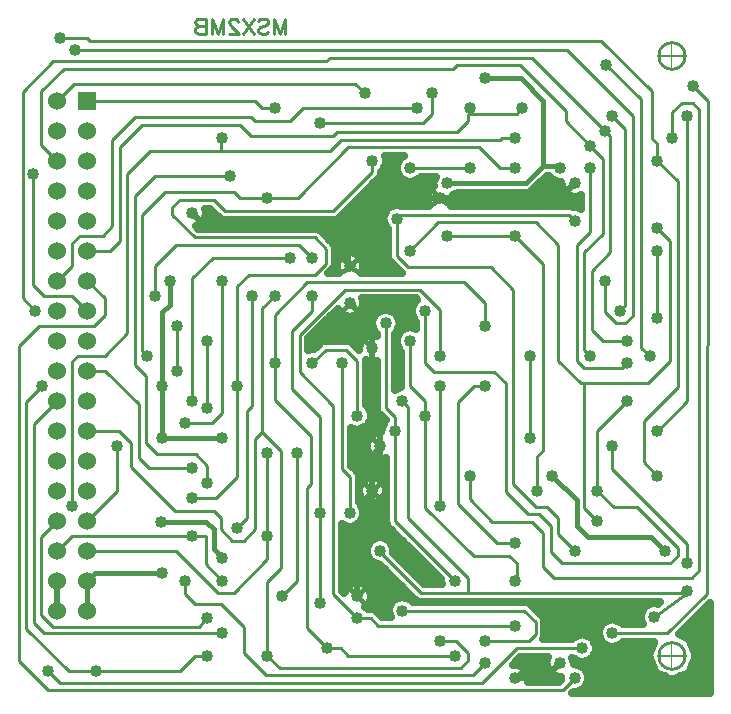
<source format=gbl>
G04 Rezonit PCAD EXPORT*
G04 layer position = 1*
G04 layer base position = 1*
G04 layer type = 3*
G04 layer flash color = 0*
G04 layer line color = 1*
G04*
G04  File:            MSX2MB1.GBL, Fri Nov 10 22:01:54 2023*
G04  Source:          P-CAD 2006 PCB, Version 19.02.958, (D:\PCAD\MSX_MEM\MSX2MB\MSX2MB1.pcb)*
G04  Format:          Gerber Format (RS-274-D), ASCII*
G04*
G04  Format Options:  Absolute Positioning*
G04                   Leading-Zero Suppression*
G04                   Scale Factor 1:1*
G04                   NO Circular Interpolation*
G04                   Millimeter Units*
G04                   Numeric Format: 4.4 (XXXX.XXXX)*
G04                   G54 NOT Used for Aperture Change*
G04                   Apertures Embedded*
G04*
G04  File Options:    Offset = (0.000mm,0.000mm)*
G04                   Drill Symbol Size = 0.000mm*
G04                   No Pad/Via Holes*
G04*
G04  File Contents:   Pads*
G04                   Vias*
G04                   No Designators*
G04                   No Types*
G04                   No Values*
G04                   No Drill Symbols*
G04                   Bottom*
G04*
%INMSX2MB1.GBL*%
%ICAS*%
%MOMM*%
G04*
G04  Aperture MACROs for general use --- invoked via D-code assignment *
G04*
G04  General MACRO for flashed round with rotation and/or offset hole *
%AMROTOFFROUND*
1,1,$1,0.0000,0.0000*
1,0,$2,$3,$4*%
G04*
G04  General MACRO for flashed oval (obround) with rotation and/or offset hole *
%AMROTOFFOVAL*
21,1,$1,$2,0.0000,0.0000,$3*
1,1,$4,$5,$6*
1,1,$4,0-$5,0-$6*
1,0,$7,$8,$9*%
G04*
G04  General MACRO for flashed oval (obround) with rotation and no hole *
%AMROTOVALNOHOLE*
21,1,$1,$2,0.0000,0.0000,$3*
1,1,$4,$5,$6*
1,1,$4,0-$5,0-$6*%
G04*
G04  General MACRO for flashed rectangle with rotation and/or offset hole *
%AMROTOFFRECT*
21,1,$1,$2,0.0000,0.0000,$3*
1,0,$4,$5,$6*%
G04*
G04  General MACRO for flashed rectangle with rotation and no hole *
%AMROTRECTNOHOLE*
21,1,$1,$2,0.0000,0.0000,$3*%
G04*
G04  General MACRO for flashed rounded-rectangle *
%AMROUNDRECT*
21,1,$1,$2-$4,0.0000,0.0000,$3*
21,1,$1-$4,$2,0.0000,0.0000,$3*
1,1,$4,$5,$6*
1,1,$4,$7,$8*
1,1,$4,0-$5,0-$6*
1,1,$4,0-$7,0-$8*
1,0,$9,$10,$11*%
G04*
G04  General MACRO for flashed rounded-rectangle with rotation and no hole *
%AMROUNDRECTNOHOLE*
21,1,$1,$2-$4,0.0000,0.0000,$3*
21,1,$1-$4,$2,0.0000,0.0000,$3*
1,1,$4,$5,$6*
1,1,$4,$7,$8*
1,1,$4,0-$5,0-$6*
1,1,$4,0-$7,0-$8*%
G04*
G04  General MACRO for flashed regular polygon *
%AMREGPOLY*
5,1,$1,0.0000,0.0000,$2,$3+$4*
1,0,$5,$6,$7*%
G04*
G04  General MACRO for flashed regular polygon with no hole *
%AMREGPOLYNOHOLE*
5,1,$1,0.0000,0.0000,$2,$3+$4*%
G04*
G04  General MACRO for target *
%AMTARGET*
6,0,0,$1,$2,$3,4,$4,$5,$6*%
G04*
G04  General MACRO for mounting hole *
%AMMTHOLE*
1,1,$1,0,0*
1,0,$2,0,0*
$1=$1-$2*
$1=$1/2*
21,1,$2+$1,$3,0,0,$4*
21,1,$3,$2+$1,0,0,$4*%
G04*
G04*
G04  D10 : "Ellipse X0.254mm Y0.254mm H0.000mm 0.0deg (0.000mm,0.000mm) Draw"*
G04  Disc: OuterDia=0.2540*
%ADD10C, 0.2540*%
G04  D11 : "Ellipse X0.300mm Y0.300mm H0.000mm 0.0deg (0.000mm,0.000mm) Draw"*
G04  Disc: OuterDia=0.3000*
%ADD11C, 0.3000*%
G04  D12 : "Ellipse X0.381mm Y0.381mm H0.000mm 0.0deg (0.000mm,0.000mm) Draw"*
G04  Disc: OuterDia=0.3810*
%ADD12C, 0.3810*%
G04  D13 : "Ellipse X0.400mm Y0.400mm H0.000mm 0.0deg (0.000mm,0.000mm) Draw"*
G04  Disc: OuterDia=0.4000*
%ADD13C, 0.4000*%
G04  D14 : "Ellipse X0.450mm Y0.450mm H0.000mm 0.0deg (0.000mm,0.000mm) Draw"*
G04  Disc: OuterDia=0.4500*
%ADD14C, 0.4500*%
G04  D15 : "Ellipse X0.500mm Y0.500mm H0.000mm 0.0deg (0.000mm,0.000mm) Draw"*
G04  Disc: OuterDia=0.5000*
%ADD15C, 0.5000*%
G04  D16 : "Ellipse X0.050mm Y0.050mm H0.000mm 0.0deg (0.000mm,0.000mm) Draw"*
G04  Disc: OuterDia=0.0500*
%ADD16C, 0.0500*%
G04  D17 : "Ellipse X0.635mm Y0.635mm H0.000mm 0.0deg (0.000mm,0.000mm) Draw"*
G04  Disc: OuterDia=0.6350*
%ADD17C, 0.6350*%
G04  D18 : "Ellipse X0.100mm Y0.100mm H0.000mm 0.0deg (0.000mm,0.000mm) Draw"*
G04  Disc: OuterDia=0.1000*
%ADD18C, 0.1000*%
G04  D19 : "Ellipse X0.127mm Y0.127mm H0.000mm 0.0deg (0.000mm,0.000mm) Draw"*
G04  Disc: OuterDia=0.1270*
%ADD19C, 0.1270*%
G04  D20 : "Ellipse X0.150mm Y0.150mm H0.000mm 0.0deg (0.000mm,0.000mm) Draw"*
G04  Disc: OuterDia=0.1500*
%ADD20C, 0.1500*%
G04  D21 : "Ellipse X0.200mm Y0.200mm H0.000mm 0.0deg (0.000mm,0.000mm) Draw"*
G04  Disc: OuterDia=0.2000*
%ADD21C, 0.2000*%
G04  D22 : "Ellipse X0.250mm Y0.250mm H0.000mm 0.0deg (0.000mm,0.000mm) Draw"*
G04  Disc: OuterDia=0.2500*
%ADD22C, 0.2500*%
G04  D23 : "Ellipse X0.250mm Y0.250mm H0.000mm 0.0deg (0.000mm,0.000mm) Draw"*
G04  Disc: OuterDia=0.2500*
%ADD23C, 0.2500*%
G04  D24 : "Ellipse X2.652mm Y2.652mm H0.000mm 0.0deg (0.000mm,0.000mm) Flash"*
G04  Disc: OuterDia=2.6520*
%ADD24C, 2.6520*%
G04  D25 : "Ellipse X1.524mm Y1.524mm H0.000mm 0.0deg (0.000mm,0.000mm) Flash"*
G04  Disc: OuterDia=1.5240*
%ADD25C, 1.5240*%
G04  D26 : "Ellipse X1.676mm Y1.676mm H0.000mm 0.0deg (0.000mm,0.000mm) Flash"*
G04  Disc: OuterDia=1.6760*
%ADD26C, 1.6760*%
G04  D27 : "Mounting Hole X2.500mm Y2.500mm H0.000mm 0.0deg (0.000mm,0.000mm) Flash"*
G04  Mounting Hole: Diameter=2.5000, Rotation=0.0, LineWidth=0.1270 *
%ADD27MTHOLE, 2.5000 X1.9920 X0.1270 X0.0*%
G04  D28 : "Polygon X1.150mm Y0.800mm H0.000mm 90.0deg (0.000mm,0.000mm) Flash"*
G04  Irregular Polygon: DimX=1.1500, DimY=0.8000, Rotation=90.0, OffsetX=0.0000, OffsetY=0.0000, HoleDia=0.0000 *
%AMIRREGPOLYD28*
4,1,5,
-0.4000, -0.4000,
0.3500, -0.4000,
0.7500, 0.0000,
0.3500, 0.4000,
-0.4000, 0.4000,
-0.4000, -0.4000,
$1*%
%ADD28IRREGPOLYD28, 90.0*%
G04  D29 : "Polygon X1.150mm Y0.800mm H0.000mm 90.0deg (0.000mm,0.000mm) Flash"*
G04  Irregular Polygon: DimX=1.1500, DimY=0.8000, Rotation=90.0, OffsetX=0.0000, OffsetY=0.0000, HoleDia=0.0000 *
%AMIRREGPOLYD29*
4,1,5,
-0.7500, 0.4000,
-0.3500, 0.0000,
-0.7500, -0.4000,
0.4000, -0.4000,
0.4000, 0.4000,
-0.7500, 0.4000,
$1*%
%ADD29IRREGPOLYD29, 90.0*%
G04  D30 : "Polygon X1.338mm Y0.956mm H0.000mm 90.0deg (0.000mm,0.000mm) Flash"*
G04  Irregular Polygon: DimX=1.3381, DimY=0.9558, Rotation=90.0, OffsetX=0.0000, OffsetY=0.0000, HoleDia=0.0000 *
%AMIRREGPOLYD30*
4,1,5,
-0.4779, 0.4779,
-0.4779, -0.4779,
0.3823, -0.4779,
0.8602, 0.0000,
0.3823, 0.4779,
-0.4779, 0.4779,
$1*%
%ADD30IRREGPOLYD30, 90.0*%
G04  D31 : "Polygon X1.416mm Y0.956mm H0.000mm 90.0deg (0.000mm,0.000mm) Flash"*
G04  Irregular Polygon: DimX=1.4160, DimY=0.9558, Rotation=90.0, OffsetX=0.0000, OffsetY=0.0000, HoleDia=0.0000 *
%AMIRREGPOLYD31*
4,1,5,
-0.4602, 0.0000,
-0.9381, -0.4779,
0.4779, -0.4779,
0.4779, 0.4779,
-0.9381, 0.4779,
-0.4602, 0.0000,
$1*%
%ADD31IRREGPOLYD31, 90.0*%
G04  D32 : "Rectangle X0.800mm Y0.600mm H0.000mm 0.0deg (0.000mm,0.000mm) Flash"*
G04  Rectangular: DimX=0.8000, DimY=0.6000, Rotation=0.0, OffsetX=0.0000, OffsetY=0.0000, HoleDia=0.0000 *
%ADD32R, 0.8000 X0.6000*%
G04  D33 : "Rectangle X0.952mm Y0.752mm H0.000mm 0.0deg (0.000mm,0.000mm) Flash"*
G04  Rectangular: DimX=0.9520, DimY=0.7520, Rotation=0.0, OffsetX=0.0000, OffsetY=0.0000, HoleDia=0.0000 *
%ADD33R, 0.9520 X0.7520*%
G04  D34 : "Rectangle X0.889mm Y1.016mm H0.000mm 0.0deg (0.000mm,0.000mm) Flash"*
G04  Rectangular: DimX=0.8890, DimY=1.0160, Rotation=0.0, OffsetX=0.0000, OffsetY=0.0000, HoleDia=0.0000 *
%ADD34R, 0.8890 X1.0160*%
G04  D35 : "Rectangle X1.041mm Y1.168mm H0.000mm 0.0deg (0.000mm,0.000mm) Flash"*
G04  Rectangular: DimX=1.0410, DimY=1.1680, Rotation=0.0, OffsetX=0.0000, OffsetY=0.0000, HoleDia=0.0000 *
%ADD35R, 1.0410 X1.1680*%
G04  D36 : "Rectangle X1.450mm Y0.450mm H0.000mm 0.0deg (0.000mm,0.000mm) Flash"*
G04  Rectangular: DimX=1.4500, DimY=0.4500, Rotation=0.0, OffsetX=0.0000, OffsetY=0.0000, HoleDia=0.0000 *
%ADD36R, 1.4500 X0.4500*%
G04  D37 : "Rectangle X1.422mm Y1.524mm H0.000mm 0.0deg (0.000mm,0.000mm) Flash"*
G04  Rectangular: DimX=1.4224, DimY=1.5240, Rotation=0.0, OffsetX=0.0000, OffsetY=0.0000, HoleDia=0.0000 *
%ADD37R, 1.4224 X1.5240*%
G04  D38 : "Rectangle X1.524mm Y1.524mm H0.000mm 0.0deg (0.000mm,0.000mm) Flash"*
G04  Square: Side=1.5240, Rotation=0.0, OffsetX=0.0000, OffsetY=0.0000, HoleDia=0.0000*
%ADD38R, 1.5240 X1.5240*%
G04  D39 : "Rectangle X1.602mm Y0.602mm H0.000mm 0.0deg (0.000mm,0.000mm) Flash"*
G04  Rectangular: DimX=1.6020, DimY=0.6020, Rotation=0.0, OffsetX=0.0000, OffsetY=0.0000, HoleDia=0.0000 *
%ADD39R, 1.6020 X0.6020*%
G04  D40 : "Rectangle X1.574mm Y1.676mm H0.000mm 0.0deg (0.000mm,0.000mm) Flash"*
G04  Rectangular: DimX=1.5744, DimY=1.6760, Rotation=0.0, OffsetX=0.0000, OffsetY=0.0000, HoleDia=0.0000 *
%ADD40R, 1.5744 X1.6760*%
G04  D41 : "Rectangle X1.676mm Y1.676mm H0.000mm 0.0deg (0.000mm,0.000mm) Flash"*
G04  Square: Side=1.6760, Rotation=0.0, OffsetX=0.0000, OffsetY=0.0000, HoleDia=0.0000*
%ADD41R, 1.6760 X1.6760*%
G04  D42 : "Rectangle X2.591mm Y1.778mm H0.000mm 0.0deg (0.000mm,0.000mm) Flash"*
G04  Rectangular: DimX=2.5908, DimY=1.7780, Rotation=0.0, OffsetX=0.0000, OffsetY=0.0000, HoleDia=0.0000 *
%ADD42R, 2.5908 X1.7780*%
G04  D43 : "Rectangle X2.743mm Y1.930mm H0.000mm 0.0deg (0.000mm,0.000mm) Flash"*
G04  Rectangular: DimX=2.7428, DimY=1.9300, Rotation=0.0, OffsetX=0.0000, OffsetY=0.0000, HoleDia=0.0000 *
%ADD43R, 2.7428 X1.9300*%
G04  D44 : "Rectangle X0.660mm Y2.032mm H0.000mm 0.0deg (0.000mm,0.000mm) Flash"*
G04  Rectangular: DimX=0.6604, DimY=2.0320, Rotation=0.0, OffsetX=0.0000, OffsetY=0.0000, HoleDia=0.0000 *
%ADD44R, 0.6604 X2.0320*%
G04  D45 : "Rectangle X0.812mm Y2.184mm H0.000mm 0.0deg (0.000mm,0.000mm) Flash"*
G04  Rectangular: DimX=0.8124, DimY=2.1840, Rotation=0.0, OffsetX=0.0000, OffsetY=0.0000, HoleDia=0.0000 *
%ADD45R, 0.8124 X2.1840*%
G04  D46 : "Ellipse X1.016mm Y1.016mm H0.000mm 0.0deg (0.000mm,0.000mm) Flash"*
G04  Disc: OuterDia=1.0160*
%ADD46C, 1.0160*%
G04  D47 : "Ellipse X1.168mm Y1.168mm H0.000mm 0.0deg (0.000mm,0.000mm) Flash"*
G04  Disc: OuterDia=1.1680*
%ADD47C, 1.1680*%
G04*
%FSLAX44Y44*%
%SFA1B1*%
%OFA0.000B0.000*%
G04*
G71*
G90*
G01*
D2*
%LNBottom*%
D23*
X564260Y510370*
X572980Y501650D1*
X580110Y507200D2*
X570600Y516710D1*
X557920Y505595D2*
X594360Y469900D1*
X576580D2*
X586740Y459740D1*
X596900Y584200D2*
X584200Y571500D1*
X570600Y583300D2*
X584200Y596900D1*
X596900Y732270D2*
X601230Y736600D1*
X557920Y697620D2*
X571500Y711200D1*
X572530Y787400D2*
X596900D1*
X554750Y785100D2*
X565150Y774700D1*
X563880Y796290D2*
X572530Y787400D1*
X584200Y800100D2*
X596900Y812800D1*
Y832019D2*
Y812800D1*
X589620Y979530D2*
X570600Y960510D1*
X598550Y966850D2*
X584200Y952500D1*
X580813Y985870D2*
X554750Y959806D1*
D2*
D13*
X615950Y552450*
X673100D1*
D2*
D23*
X646680Y662530*
X636110Y673100D1*
X653020Y649850D2*
X661520Y641350D1*
X668870Y653020D2*
X659360Y662530D1*
X635000Y660400D2*
Y622300D1*
X646680Y662530D2*
Y642306D1*
X624490Y736600D2*
X643510Y755620D1*
X656190Y740810D2*
X660400Y736600D1*
X624490Y723900D2*
X653020Y695370D1*
X659360Y719590D2*
X649850Y729100D1*
D2*
D13*
X679450Y779820*
X673100Y773470D1*
X679450Y800100D2*
Y779820D1*
D2*
D23*
X637170Y833710*
X628960Y825500D1*
X624490Y771510D2*
Y785210D1*
X666750Y812570D2*
Y787400D1*
X643510Y890770D2*
X662530Y909790D1*
X681550Y855900D2*
Y862240D1*
X675210Y874920D2*
X656190Y855900D1*
X649850Y871750D2*
X667100Y889000D1*
X649850Y938320D2*
X630830Y919300D1*
X722760Y526220D2*
X700570D1*
X741780Y507200D2*
X722760Y526220D1*
X741780Y485010D2*
Y507200D1*
X700580Y482600D2*
X711200D1*
Y514350D2*
X704050Y507200D1*
X688340Y469900D2*
X700580Y482600D1*
D2*
D13*
X716420Y572630*
X723900Y565150D1*
X716420Y589620D2*
Y572630D1*
X710080Y595960D2*
X716420Y589620D1*
D2*
D23*
X720490Y535730*
X733470D1*
X710080Y559920D2*
X723900Y546100D1*
X710080Y584200D2*
Y559920D1*
X698500Y584200D2*
X710080D1*
X744950Y598900D2*
X736600Y590550D1*
X722760Y599130D2*
X716420Y605470D1*
X722760Y589620D2*
Y599130D1*
X732270Y580110D2*
X722760Y589620D1*
X741780Y580110D2*
X732270D1*
X751290Y589620D2*
X741780Y580110D1*
X718550Y615950D2*
X698500D1*
X736600Y634000D2*
X718550Y615950D1*
X757630Y672040D2*
X751290Y665700D1*
X711200Y643510D2*
X701690Y653020D1*
X711200Y628650D2*
Y643510D1*
X715460Y679450D2*
X692150D1*
X749300Y694230D2*
X744950Y689880D1*
X711200Y749300D2*
Y692150D1*
X736600Y795670D2*
X746110Y805180D1*
X698500Y802010D2*
X715640Y819150D1*
X716420Y868580D2*
X725930Y859070D1*
X687890Y868580D2*
X716420D1*
X738610Y869950D2*
X733640Y874920D1*
D2*
D15*
X698500Y857250*
X709360Y846390D1*
D2*
D23*
X751290Y935150*
X748120Y938320D1*
Y922470D2*
X738610Y931980D1*
X757630Y946150D2*
X751280Y952500D1*
X723900Y920750D2*
X722760Y919610D1*
X824200Y488950D2*
X830550Y482600D1*
X812800Y488950D2*
X824200D1*
X812800D2*
X795670Y506080D1*
X798840Y627660D2*
Y668870D1*
X795670Y624490D2*
X798840Y627660D1*
X831850Y634000D2*
X825500Y640350D1*
X768350Y699360D2*
Y730250D1*
X789330Y722760D2*
Y754460D1*
X817860Y694230D2*
X789330Y722760D1*
X811630Y741780D2*
X800100Y730250D1*
X828690Y741780D2*
X811630D1*
X782990Y708180D2*
Y757630D1*
X811520Y827370D2*
X802010Y836880D1*
X811520Y814690D2*
Y827370D1*
X802010Y805180D2*
X811520Y814690D1*
X768350Y771520D2*
X795670Y798840D1*
D2*
D15*
X831850Y812800*
X830540Y814110D1*
D2*
D23*
X800100Y774740*
Y787400D1*
Y819150D2*
X788710Y830540D1*
X787530Y869950D2*
X830540Y912960D1*
X792500Y946150D2*
X781500Y935150D1*
X821030Y925640D2*
X817860Y922470D1*
X814690Y989040D2*
X811520Y985870D1*
X849560Y514350D2*
X855910Y508000D1*
X857250Y571500D2*
Y570127D1*
X891647Y535730*
D2*
D15*
X850900Y637160*
Y622300D1*
X857250Y643510D2*
X850900Y637160D1*
X857250Y660400D2*
Y643510D1*
Y672040D2*
X850900Y678390D1*
X857250Y660400D2*
Y672040D1*
D2*
D23*
X903450Y722760*
X895350Y730860D1*
X876300Y698500D2*
X881260Y693540D1*
X882650Y711200D2*
X895350Y698500D1*
X882650Y711200D2*
Y749300D1*
X881260Y811520D2*
X871750Y821030D1*
X890770Y792500D2*
X908050Y775220D1*
X850900Y892110D2*
Y901700D1*
X874920Y855900D2*
X871750Y852730D1*
D2*
D15*
X908050Y869950*
X873120D1*
D2*
D23*
X901700Y941490*
X893660Y933450D1*
X901700Y958850D2*
Y941490D1*
X946150Y476250D2*
X935890Y465990D1*
X943890Y459650D2*
X973190Y488950D1*
X931980Y485010D2*
X921690Y495300D1*
X931980Y478670D2*
Y485010D1*
X925640Y472330D2*
X931980Y478670D1*
X983480Y495300D2*
X946150D1*
X989040Y500860D2*
X983480Y495300D1*
X989040Y511190D2*
Y500860D1*
X979530Y520700D2*
X989040Y511190D1*
X931980Y548410D2*
Y535730D1*
X922470Y557920D2*
X931980Y548410D1*
X973190Y547740D2*
X971550Y546100D1*
X973190Y561090D2*
Y547740D1*
Y561090D2*
X966850Y567430D1*
X952470Y595960D2*
X985870D1*
X956663Y577850D2*
X971550D1*
X936962Y567007D2*
X966850Y567430D1*
X922443Y557920D2*
X922470D1*
X920632Y546100D2*
X920750D1*
X933450Y635000D2*
Y614980D1*
X963680Y713250D2*
X954170Y722760D1*
X946150Y711200D2*
X936832D1*
X923290Y697658*
X970020Y792500D2*
X951000Y811520D1*
X928810Y798840D2*
X946150Y781500D1*
X959100Y895350D2*
X971550D1*
X941490Y912960D2*
X959100Y895350D1*
D2*
D13*
X946150Y971550*
X976360D1*
D2*
D23*
X933450Y946150*
Y941490D1*
X931980Y935150D2*
X922470Y925640D1*
X931980Y941490D2*
Y935150D1*
X933450Y941490D2*
X931980D1*
X973240D2*
X933450D1*
X977900Y946150D2*
X973240Y941490D1*
X922470Y982700D2*
X919300Y979530D1*
X960510Y920750D2*
X959060Y919300D1*
X971550Y920750D2*
X960510D1*
X975604Y982700D2*
X922470D1*
D2*
D15*
X1009650Y476250*
X996950Y463550D1*
D2*
D13*
X1033420Y583280*
X1023910Y592790D1*
D2*
D23*
X1008060Y585790*
Y599130D1*
X1022350Y571500D2*
X1008060Y585790D1*
X1030250Y608050D2*
X1041400Y596900D1*
X1001720Y592790D2*
X992210Y602300D1*
X1001720Y570600D2*
Y592790D1*
X1011230Y561090D2*
X1001720Y570600D1*
X995380Y557920D2*
X1004890Y548410D1*
X995380Y586450D2*
Y557920D1*
D2*
D13*
X1023910Y614390*
X1003300Y635000D1*
D2*
D23*
X1054100Y660400*
Y640340D1*
X1041400Y622300D2*
Y673100D1*
X1030250Y741400D2*
X1035050Y736600D1*
X1027080Y713250D2*
X1008060Y732270D1*
X1030250Y713250D2*
X1027080D1*
X1030250Y725930D2*
X1023910Y732270D1*
X1062480Y725930D2*
X1030250D1*
X1046100Y749300D2*
X1036590Y758810D1*
X1065120Y779370D2*
X1060450Y774700D1*
X1057260Y763970D2*
X1065120D1*
X1047750Y773480D2*
X1057260Y763970D1*
X1047750Y800100D2*
Y773480D1*
X1036590Y808350D2*
X1052440Y824200D1*
D2*
D13*
X1007890Y897110*
X995380D1*
X1009650Y895350D2*
X1007890Y897110D1*
D2*
D23*
X1046100Y903350*
Y840050D1*
X1022350Y850900D2*
X1017350Y855900D1*
X1035050Y841680D2*
Y895350D1*
D2*
D15*
X1022350Y882650*
X1009650Y869950D1*
D2*
D23*
X1054100Y939800*
X1065120Y928780D1*
X1052440Y922410D2*
X1047750Y927100D1*
X1030250Y944600*
X1014400Y935050D2*
Y943904D1*
X1030250Y944600D2*
Y944656D1*
X1049032Y982980D2*
X1049020D1*
D2*
D13*
X1098550Y571500*
X1086770Y583280D1*
D2*
D23*
X1109500Y567430*
X1103160Y561090D1*
X1109500Y573770D2*
Y567430D1*
X1117600Y576840D2*
Y561340D1*
X1074630Y548410D2*
X1121074Y548611D1*
X1127760Y555319*
X1117600Y535655D2*
Y535940D1*
Y537210*
X1080970Y646230D2*
X1092200Y635000D1*
X1080970Y681550D2*
Y646230D1*
X1092200Y673100D2*
X1092336D1*
X1084140Y713250D2*
X1103160Y732270D1*
X1085850Y736600D2*
X1078230Y742950D1*
X1092200Y768350D2*
Y825500D1*
Y901700D2*
X1109500Y884400D1*
X1122180Y965200D2*
X1134860Y952520D1*
X1092200Y916130D2*
X1087310Y921020D1*
X1122180Y951000D2*
X1112736D1*
X1104900Y943163D2*
Y920750D1*
X1112736Y951000D2*
X1104900Y943163D1*
X1087310Y921020D2*
Y960385D1*
X1127760Y944880D2*
X1122180Y951000D1*
D2*
D15*
X584200Y520700*
Y546100D1*
D2*
D23*
X570600Y516710*
Y583300D1*
X551580Y477741D2*
X576011Y453310D1*
X570600Y915300D2*
X584200Y901700D1*
X551580Y744950D2*
X568630Y762000D1*
X584200Y698500D2*
X564260Y678560D1*
X563880Y890270D2*
Y796290D1*
X603080Y838200D2*
X596900Y832019D1*
X646680Y642306D2*
X683516Y605470D1*
X630830Y846390D2*
X622640Y838200D1*
X630830Y919300D2*
Y846390D1*
X637170Y912960D2*
Y833710D1*
X656190Y931980D2*
X637170Y912960D1*
X614980Y762000D2*
X624490Y771510D1*
X643510Y755620D2*
Y890770D1*
X656190Y855900D2*
Y740810D1*
X653020Y695370D2*
Y649850D1*
X649850Y729100D2*
Y871750D1*
X659360Y662530D2*
Y719590D1*
D2*
D13*
X673100Y773470*
Y711200D1*
Y666750*
D2*
D23*
X692150Y534640*
Y546100D1*
X700570Y526220D2*
X692150Y534640D1*
X722760Y919610D2*
Y909790D1*
X749300Y787400D2*
Y694230D1*
X757630Y672040D2*
Y776680D1*
X698500Y698500D2*
Y802010D1*
X723900Y687890D2*
X715460Y679450D1*
X736600Y711200D2*
Y795670D1*
X723900Y800100D2*
Y687890D1*
X795670Y506080D2*
Y624490D1*
X831850Y603250D2*
Y634000D1*
X806450Y603250D2*
Y527050D1*
X774700Y533400D2*
X787400Y546100D1*
X824200Y919300D2*
X814690Y909790D1*
X768350Y730250D2*
Y771520D1*
X798840Y668870D2*
X768350Y699360D1*
X789330Y754460D2*
X827370Y792500D1*
D2*
D15*
X824200Y846390*
X830540Y840050D1*
Y814110D2*
Y840050D1*
D2*
D23*
X782990Y757630*
X800100Y774740D1*
X806450Y684720D2*
X782990Y708180D1*
D2*
D15*
X850900Y586470*
Y622300D1*
D2*
D23*
X871750Y821030*
Y852730D1*
X906710Y849560D2*
X882650Y825500D1*
X895350Y730860D2*
Y774700D1*
X908050Y775220D2*
Y736600D1*
X862240Y692430D2*
Y763970D1*
X869950Y684720D2*
X862240Y692430D1*
D2*
D15*
X850900Y742950*
Y762000D1*
Y678390D2*
Y742950D1*
X873120Y869950D2*
X843220Y840050D1*
D2*
D23*
X895350Y685800*
Y698500D1*
X869950Y673100D2*
Y684720D1*
X989040Y608640D2*
X970020Y627660D1*
X982700Y602300D2*
X963680Y621320D1*
X933450Y614980D2*
X952470Y595960D1*
X923290Y611223D2*
X956663Y577850D1*
X984250Y736600D2*
Y666750D1*
X946150Y781500D2*
Y762000D1*
D2*
D13*
X1023910Y592790*
Y614390D1*
D2*
D23*
X1022350Y463550*
X1012110Y453310D1*
X1008060Y599130D2*
X998550Y608640D1*
X1041400Y622300D2*
X1055060Y608640D1*
X1065120Y928780D2*
Y779370D1*
X1030250Y824200D2*
Y741400D1*
X1046100Y840050D2*
X1030250Y824200D1*
X1035050Y914400D2*
X1046100Y903350D1*
X1035050Y914400D2*
X1014400Y935050D1*
X995380Y814370D2*
Y656190D1*
X1008060Y732270D2*
Y830540D1*
X1023910D2*
X1035050Y841680D1*
X1023910Y732270D2*
Y830540D1*
X1052440Y824200D2*
Y922410D1*
X1036590Y758810D2*
Y808350D1*
X1074630Y608640D2*
X1109500Y573770D1*
X1089660Y515620D2*
X1117600Y535655D1*
X1089660Y515620D2*
X1117600Y535940D1*
X1100599Y501650D2*
X1134165Y535157D1*
X1103160Y833590D2*
X1092200Y844550D1*
X1103160Y732270D2*
Y833590D1*
X1109500Y710080D2*
X1080970Y681550D1*
X1109500Y884400D2*
Y710080D1*
X1092200Y901700D2*
Y916130D1*
X1071460Y770310D2*
Y939390D1*
X1117600Y698363D2*
Y939800D1*
X1092336Y673100D2*
X1117600Y698363D1*
X570600Y960510D2*
Y915300D1*
X596900Y609600D2*
Y732270D1*
X564260Y678560D2*
Y510370D1*
X557920Y697620D2*
Y505595D1*
X551580Y744950D2*
Y477741D1*
X554750Y959806D2*
Y785100D1*
X744950Y689880D2*
Y598900D1*
X751290Y665700D2*
Y589620D1*
X736600Y711200D2*
Y634000D1*
X773480Y556720D2*
Y656190D1*
X817860Y534690D2*
Y694230D1*
X825500Y640350D2*
Y730250D1*
X806450Y603250D2*
Y684720D1*
X787400Y546100D2*
Y654050D1*
X908050Y711200D2*
Y609600D1*
X895350Y608042D2*
Y685800D1*
X881260Y693540D2*
Y599103D1*
X869950Y596782D2*
Y673100D1*
X970020Y627660D2*
Y792500D1*
X963680Y621320D2*
Y713250D1*
X923290Y697658D2*
Y611223D1*
D2*
D13*
X995380Y952530*
Y897110D1*
D2*
D23*
X1030250Y713250*
Y608050D1*
X1078230Y742950D2*
Y953782D1*
X1127760Y555319D2*
Y944880D1*
X1134165Y535157D2*
X1134860Y952520D1*
X594360Y469900D2*
X617220D1*
D2*
D13*
X609600Y546100*
X615950Y552450D1*
D2*
D23*
X636110Y673100*
X609600D1*
X601230Y736600D2*
X624490D1*
X609600Y723900D2*
X624490D1*
X628960Y825500D2*
X609600D1*
X624490Y785210D2*
X609600Y800100D1*
X596900Y787400D2*
X609600Y774700D1*
X586740Y1005840D2*
X609600D1*
X612140Y1003300*
X760800Y465990D2*
X741780Y485010D1*
X935890Y465990D2*
X760800D1*
X921690Y495300D2*
X908050D1*
X772270Y472330D2*
X925640D1*
X762000Y482600D2*
X772270Y472330D1*
X830550Y482600D2*
X920750D1*
X838200Y514350D2*
X849560D1*
D2*
D13*
X672040Y595960*
X710080D1*
D2*
D23*
X762000Y564260*
Y584200D1*
X733470Y535730D2*
X762000Y564260D1*
X684720Y571500D2*
X720490Y535730D1*
X762000Y545240D2*
X773480Y556720D1*
D2*
D15*
X838200Y573770*
X850900Y586470D1*
D2*
D23*
X683516Y605470*
X716420D1*
X895350Y608042D2*
X936962Y567007D1*
X881260Y599103D2*
X922443Y557920D1*
X869950Y596782D2*
X920632Y546100D1*
X891647Y535730D2*
X931980D1*
D2*
D13*
X673100Y666750*
X723900D1*
D2*
D23*
X773480Y656190*
X757630Y672040D1*
X661520Y641350D2*
X698500D1*
X701690Y653020D2*
X668870D1*
X838200Y732270D2*
X828690Y741780D1*
X802010Y836880D2*
X700570D1*
X746110Y805180D2*
X802010D1*
X757630Y776680D2*
X768350Y787400D1*
X951000Y811520D2*
X881260D1*
X715640Y819150D2*
X781050D1*
X795670Y798840D2*
X928810D1*
X827370Y792500D2*
X890770D1*
X684720Y830540D2*
X666750Y812570D1*
X788710Y830540D2*
X684720D1*
X814690Y909790D2*
X722760D1*
X662530D2*
X722760D1*
X817860Y859070D2*
X850900Y892110D1*
X725930Y859070D2*
X817860D1*
X681550Y862240D2*
X687890Y868580D1*
X882650Y895350D2*
X933450D1*
X733640Y874920D2*
X675210D1*
X762000Y869950D2*
X738610D1*
X830540Y912960D2*
X941490D1*
X762000Y869950D2*
X787530D1*
D2*
D15*
X709360Y846390*
X824200D1*
D2*
D23*
X667100Y889000*
X730250D1*
X748120Y938320D2*
X649850D1*
X781500Y935150D2*
X751290D1*
X889000Y946150D2*
X792500D1*
X738610Y931980D2*
X656190D1*
X817860Y922470D2*
X748120D1*
X922470Y925640D2*
X821030D1*
X768350Y946150D2*
X757630D1*
X844550Y958850D2*
X836550Y966850D1*
X893660Y933450D2*
X806450D1*
D2*
D22*
X767280Y1008945*
Y1022070D1*
X772280Y1008945*
X777280Y1022070*
Y1008945*
X754155Y1020195D2*
X755405Y1021445D1*
X757280Y1022070*
X759780*
X761655Y1021445*
X762905Y1020195*
Y1018945*
X762280Y1017695*
X761655Y1017070*
X760405Y1016445*
X756655Y1015195*
X755405Y1014570*
X754780Y1013945*
X754155Y1012695*
Y1010820*
X755405Y1009570*
X757280Y1008945*
X759780*
X761655Y1009570*
X762905Y1010820*
X750405Y1022070D2*
X741655Y1008945D1*
Y1022070D2*
X750405Y1008945D1*
X737280Y1018945D2*
Y1019570D1*
X736655Y1020820*
X736030Y1021445*
X734780Y1022070*
X732280*
X731030Y1021445*
X730405Y1020820*
X729780Y1019570*
Y1018320*
X730405Y1017070*
X731655Y1015195*
X737905Y1008945*
X729155*
X714780D2*
Y1022070D1*
X719780Y1008945*
X724780Y1022070*
Y1008945*
X709780Y1022070D2*
Y1008945D1*
X704155*
X702280Y1009570*
X701655Y1010195*
X701030Y1011445*
Y1013320*
X701655Y1014570*
X702280Y1015195*
X704155Y1015820*
X702280Y1016445*
X701655Y1017070*
X701030Y1018320*
Y1019570*
X701655Y1020820*
X702280Y1021445*
X704155Y1022070*
X709780*
Y1015820D2*
X704155D1*
D2*
D23*
X973190Y488950*
X1028700D1*
D2*
D15*
X996950Y463550*
X971550D1*
D2*
D23*
X1054100Y501650*
X1100599D1*
D2*
D13*
X1086770Y583280*
X1033420D1*
D2*
D23*
X992210Y602300*
X982700D1*
X1103160Y561090D2*
X1011230D1*
X1004890Y548410D2*
X1074630D1*
X985870Y595960D2*
X995380Y586450D1*
X990600Y651410D2*
Y622300D1*
X995380Y656190D2*
X990600Y651410D1*
X1030250Y713250D2*
X1084140D1*
X1066800Y730250D2*
X1062480Y725930D1*
X1066800Y749300D2*
X1046100D1*
X1065120Y763970D2*
X1071460Y770310D1*
D2*
D13*
X980920Y882650*
X995380Y897110D1*
X976360Y971550D2*
X995380Y952530D1*
D2*
D23*
X1014400Y943904*
X975604Y982700D1*
X1030250Y944656D2*
X985866Y989040D1*
X1078230Y953782D2*
X1049032Y982980D1*
X635000Y622300D2*
X609600Y596900D1*
D2*
D13*
Y546100*
Y520700D1*
D2*
D23*
X568630Y762000*
X614980D1*
X622640Y838200D2*
X603080D1*
X762000Y482600D2*
Y545240D1*
X838200Y514350D2*
X817860Y534690D1*
D2*
D15*
X838200Y533400*
Y573770D1*
D2*
D23*
X700570Y836880*
X681550Y855900D1*
X685800Y723900D2*
Y762000D1*
D2*
D15*
X850900*
X831850Y781050D1*
X843220Y840050D2*
X830540D1*
D2*
D23*
X838200Y685800*
Y732270D1*
X1054100Y640340D2*
X1117600Y576840D1*
X998550Y608640D2*
X989040D1*
X1055060D2*
X1074630D1*
X971550Y838200D2*
X995380Y814370D1*
X1008060Y830540D2*
X989040Y849560D1*
X1041400Y673100D2*
X1066800Y698500D1*
X1087310Y960385D2*
X1044395Y1003300D1*
X762000Y654050D2*
Y584200D1*
X1071460Y939390D2*
X1015459Y995390D1*
X576011Y453310D2*
X1012110D1*
X572980Y501650D2*
X723900D1*
X876300Y520700D2*
X979530D1*
X855910Y508000D2*
X971550D1*
X704050Y507200D2*
X580110D1*
X617220Y469900D2*
X688340D1*
X586740Y459740D2*
X943890D1*
X609600Y571500D2*
X684720D1*
X698500Y584200D2*
X596900D1*
X931980Y535730D2*
X1117600Y535940D1*
X954170Y722760D2*
X903450D1*
D2*
D13*
X914400Y882650*
X980920D1*
D2*
D23*
X1017350Y855900*
X874920D1*
X989040Y849560D2*
X906710D1*
D2*
D15*
X1009650Y869950*
X908050D1*
D2*
D23*
X919300Y979530*
X589620D1*
X751280Y952500D2*
X609600D1*
X836550Y966850D2*
X598550D1*
X959060Y919300D2*
X824200D1*
X985866Y989040D2*
X814690D1*
X811520Y985870D2*
X580813D1*
X1015459Y995390D2*
X599440Y995680D1*
X612140Y1003300D2*
X1044395D1*
X914400Y838200D2*
X971550D1*
D2*
D17*
X999652Y481525*
X976265D1*
X969711Y474970*
X971550Y475732*
X980164Y472164*
X983732Y463550*
X982566Y460735*
X1009034*
X1010660Y462360*
X1010167Y463550*
X1010533Y464433*
X1009650Y464067*
X1001035Y467635*
X997467Y476250*
X999652Y481525*
X982566Y460735D2*
X1009034D1*
X982925Y465497D2*
X1006198D1*
X980952Y470260D2*
X999948D1*
X969763Y475022D2*
X969836D1*
X973263D2*
X997976D1*
X974525Y479785D2*
X998931D1*
D2*
D12*
X1007110Y473710*
X1001035Y467635D1*
X974090Y466090D2*
X980164Y472164D1*
D2*
D17*
X887694Y785075*
X842365D1*
X844032Y781050*
X840464Y772435*
X831850Y768867*
X823235Y772435*
X821645Y776275*
X796755Y751384*
Y741046*
X800100Y742432*
X801289Y741939*
X805335Y745985*
X807424Y748074*
X810153Y749205*
X830166*
X832895Y748074*
X839210Y741759*
X838717Y742950*
X842285Y751564*
X850900Y755132*
X854815Y753510*
Y754863*
X853625Y755355*
X850057Y763970*
X853625Y772584*
X862240Y776152*
X870854Y772584*
X874422Y763970*
X870854Y755355*
X869665Y754863*
Y707934*
X875225Y710237*
Y712676*
Y740193*
X874035Y740685*
X870467Y749300*
X874035Y757914*
X882650Y761482*
X887925Y759297*
Y765593*
X886735Y766085*
X883167Y774700*
X886735Y783314*
X888658Y784110*
X887694Y785075*
X869665Y712696D2*
X875225D1*
X869665Y717459D2*
X875225D1*
X869665Y722221D2*
X875225D1*
X869665Y726984D2*
X875225D1*
X869665Y731746D2*
X875225D1*
X869665Y736509D2*
X875225D1*
X796755Y741271D2*
X797297D1*
X869665D2*
X873793D1*
X796755Y746034D2*
X805383D1*
X834936D2*
X839995D1*
X869665D2*
X871820D1*
X796755Y750796D2*
X841967D1*
X869665D2*
X871087D1*
X800929Y755559D2*
X853541D1*
X870938D2*
X873060D1*
X805692Y760321D2*
X851568D1*
X872911D2*
X879847D1*
X885452D2*
X887925D1*
X810454Y765084D2*
X850519D1*
X873960D2*
X887925D1*
X815217Y769846D2*
X829486D1*
X834213D2*
X852491D1*
X871988D2*
X885178D1*
X819979Y774609D2*
X822335D1*
X841364D2*
X858514D1*
X865965D2*
X883205D1*
X843337Y779371D2*
X885102D1*
X842754Y784134D2*
X888635D1*
D2*
D12*
X848360Y745490*
X842285Y751564D1*
X829310Y778510D2*
X823235Y772435D1*
X834390Y778510D2*
X840464Y772435D1*
D2*
D17*
X877828Y905535*
X861493D1*
X863082Y901700*
X859514Y893085*
X858325Y892593*
Y890633*
X857194Y887904*
X822065Y852775*
X819336Y851645*
X724453*
X721724Y852775*
X719635Y854864*
X713344Y861155*
X709064*
X710682Y857250*
X707114Y848635*
X701599Y846351*
X703645Y844305*
X803486*
X806215Y843174*
X815725Y833664*
X817814Y831575*
X818945Y828846*
Y816166*
Y813213*
X817814Y810484*
X813595Y806265*
X822374*
X819667Y812800*
X823235Y821414*
X831850Y824982*
X840464Y821414*
X844032Y812800*
X841325Y806265*
X876014*
X874965Y807314*
X867544Y814735*
X865455Y816824*
X864325Y819553*
Y822506*
Y843623*
X863135Y844115*
X859567Y852730*
X863135Y861344*
X871750Y864912*
X875582Y863325*
X898611*
X895867Y869950*
X899435Y878564*
X903254Y880146*
X902217Y882650*
X904402Y887925*
X891756*
X891264Y886735*
X882650Y883167*
X874035Y886735*
X870467Y895350*
X874035Y903964*
X877828Y905535*
X813595Y806265D2*
X822374D1*
X841325D2*
X876014D1*
X818039Y811027D2*
X820401D1*
X843298D2*
X871252D1*
X818945Y815790D2*
X820906D1*
X842793D2*
X866489D1*
X818945Y820552D2*
X822878D1*
X840821D2*
X864325D1*
X818945Y825315D2*
X864325D1*
X818435Y830077D2*
X864325D1*
X814550Y834840D2*
X864325D1*
X809788Y839602D2*
X864325D1*
X703585Y844365D2*
X863032D1*
X707317Y849127D2*
X861059D1*
X709290Y853890D2*
X720609D1*
X823180D2*
X860048D1*
X710101Y858652D2*
X715847D1*
X827943D2*
X862020D1*
X832705Y863415D2*
X868135D1*
X875364D2*
X898574D1*
X837468Y868177D2*
X896601D1*
X842230Y872940D2*
X897106D1*
X846993Y877702D2*
X899078D1*
X851755Y882465D2*
X902294D1*
X856518Y887227D2*
X873832D1*
X891467D2*
X904113D1*
X858325Y891990D2*
X871859D1*
X861032Y896752D2*
X871048D1*
X863005Y901515D2*
X873021D1*
D2*
D12*
X701040Y854710*
X707114Y848635D1*
X834390Y815340D2*
X840464Y821414D1*
X829310Y815340D2*
X823235Y821414D1*
X829310Y810260D2*
X822374Y806265D1*
X834390Y810260D2*
X841325Y806265D1*
X905510Y872490D2*
X899435Y878564D1*
X905510Y867410D2*
X898611Y863325D1*
D2*
D17*
X845625Y732952*
Y694906D1*
X846814Y694414*
X850382Y685800*
X846814Y677185*
X838200Y673617*
X832925Y675802*
Y643425*
X836055Y640294*
X838144Y638205*
X839275Y635476*
Y623645*
X842285Y630914*
X850900Y634482*
X859514Y630914*
X862525Y623645*
Y650402*
X857250Y648217*
X848635Y651785*
X845067Y660400*
X848635Y669014*
X857250Y672582*
X858133Y672216*
X857767Y673100*
X861335Y681714*
X862127Y682042*
X858034Y686135*
X855945Y688224*
X854815Y690953*
Y693906*
Y732389*
X850900Y730767*
X845625Y732952*
X839275Y628407D2*
X841247D1*
X860552D2*
X862525D1*
X839275Y633170D2*
X847732D1*
X854067D2*
X862525D1*
X838257Y637932D2*
X862525D1*
X833655Y642695D2*
X862525D1*
X832925Y647457D2*
X862525D1*
X832925Y652220D2*
X848455D1*
X832925Y656982D2*
X846483D1*
X832925Y661745D2*
X845624D1*
X832925Y666507D2*
X847597D1*
X832925Y671270D2*
X854082D1*
X844030Y676032D2*
X858982D1*
X848309Y680795D2*
X860955D1*
X850282Y685557D2*
X858611D1*
X848509Y690320D2*
X855077D1*
X845625Y695082D2*
X854815D1*
X845625Y699845D2*
X854815D1*
X845625Y704607D2*
X854815D1*
X845625Y709370D2*
X854815D1*
X845625Y714132D2*
X854815D1*
X845625Y718895D2*
X854815D1*
X845625Y723657D2*
X854815D1*
X845625Y728420D2*
X854815D1*
D2*
D12*
X854710Y662940*
X848635Y669014D1*
X854710Y657860D2*
X848635Y651785D1*
X853440Y624840D2*
X859514Y630914D1*
X848360Y624840D2*
X842285Y630914D1*
D2*
D17*
X1000124Y888935*
X998766D1*
X985550Y875719*
X982546Y874475*
X923196*
X923014Y874035*
X919195Y872453*
X920232Y869950*
X917488Y863325*
X1018826*
X1020881Y862473*
X1022350Y863082*
X1027625Y860897*
Y872652*
X1022350Y870467*
X1013735Y874035*
X1010167Y882650*
X1010533Y883533*
X1009650Y883167*
X1001035Y886735*
X1000124Y888935*
X918455Y865659D2*
X1027625D1*
X920036Y870422D2*
X1027625D1*
X984259Y875184D2*
X1013259D1*
X989778Y879947D2*
X1011287D1*
X994541Y884709D2*
X1005927D1*
D2*
D12*
X1019810Y880110*
X1013735Y874035D1*
X910590Y867410D2*
X917488Y863325D1*
D2*
D17*
X862525Y620954*
X859514Y613685D1*
X850900Y610117*
X842285Y613685*
X839275Y620954*
Y612356*
X840464Y611864*
X844032Y603250*
X840464Y594635*
X831850Y591067*
X825285Y593786*
Y537765*
X827081Y535968*
X829585Y542014*
X838200Y545582*
X846814Y542014*
X850382Y533400*
X846814Y524785*
X844615Y523875*
X846814Y522964*
X847306Y521775*
X851036*
X853765Y520644*
X858985Y515425*
X866302*
X864117Y520700*
X867685Y529314*
X876300Y532882*
X884914Y529314*
X885406Y528125*
X981006*
X983735Y526994*
X993245Y517484*
X995334Y515395*
X996465Y512666*
Y499383*
X995334Y496654*
X995055Y496375*
X1019593*
X1020085Y497564*
X1028700Y501132*
X1037314Y497564*
X1040882Y488950*
X1037314Y480335*
X1028700Y476767*
X1020151Y480308*
X1021832Y476250*
X1021466Y475366*
X1022350Y475732*
X1030964Y472164*
X1034532Y463550*
X1030964Y454935*
X1022350Y451367*
X1021160Y451860*
X1020150Y450850*
X1136650*
Y527146*
X1110112Y500654*
X1119193Y496893*
X1125113Y482600*
X1119193Y468306*
X1104900Y462386*
X1090606Y468306*
X1084686Y482600*
X1089501Y494225*
X1063206*
X1062714Y493035*
X1054100Y489467*
X1045485Y493035*
X1041917Y501650*
X1045485Y510264*
X1054100Y513832*
X1062714Y510264*
X1063206Y509075*
X1080188*
X1077477Y515620*
X1081045Y524234*
X1089660Y527802*
X1092289Y526713*
X1094731Y528489*
X933460Y528306*
X933456Y528305*
X932013*
X930511Y528303*
X930507Y528305*
X890170*
X887441Y529435*
X885353Y531524*
X857468Y559408*
X857250Y559317*
X848635Y562885*
X845067Y571500*
X848635Y580114*
X857250Y583682*
X865864Y580114*
X869432Y571500*
X868537Y569340*
X894723Y543155*
X909787*
X908567Y546100*
X909025Y547205*
X863655Y592576*
X862525Y595305*
Y598258*
Y620954*
X1020150Y450850D2*
X1136650D1*
X1031244Y455612D2*
X1136650D1*
X1033217Y460375D2*
X1136650D1*
X1033874Y465137D2*
X1098258D1*
X1111541D2*
X1136650D1*
X1031902Y469900D2*
X1089946D1*
X1119853D2*
X1136650D1*
X1024932Y474662D2*
X1087974D1*
X1121825D2*
X1136650D1*
X1020517Y479425D2*
X1022284D1*
X1035115D2*
X1086001D1*
X1123798D2*
X1136650D1*
X1038909Y484187D2*
X1085343D1*
X1124456D2*
X1136650D1*
X1040882Y488950D2*
X1087316D1*
X1122483D2*
X1136650D1*
X1038909Y493712D2*
X1045205D1*
X1062994D2*
X1089289D1*
X1120510D2*
X1136650D1*
X996088Y498475D2*
X1022284D1*
X1035115D2*
X1043232D1*
X1115374D2*
X1136650D1*
X996465Y503237D2*
X1042575D1*
X1112699D2*
X1136650D1*
X996465Y508000D2*
X1044547D1*
X1117470D2*
X1136650D1*
X996425Y512762D2*
X1051517D1*
X1056682D2*
X1078661D1*
X1122241D2*
X1136650D1*
X856885Y517525D2*
X865432D1*
X993205D2*
X1078266D1*
X1127011D2*
X1136650D1*
X847094Y522287D2*
X864775D1*
X988443D2*
X1080239D1*
X1131782D2*
X1136650D1*
X847752Y527050D2*
X866747D1*
X983602D2*
X1087843D1*
X1091476D2*
X1092752D1*
X1136553D2*
X1136650D1*
X849724Y531812D2*
X873717D1*
X878882D2*
X885064D1*
X826475Y536575D2*
X827332D1*
X849067D2*
X880302D1*
X825285Y541337D2*
X829305D1*
X847094D2*
X875539D1*
X825285Y546100D2*
X870777D1*
X891778D2*
X908567D1*
X825285Y550862D2*
X866014D1*
X887015D2*
X905368D1*
X825285Y555625D2*
X861252D1*
X882253D2*
X900606D1*
X825285Y560387D2*
X854667D1*
X877490D2*
X895843D1*
X825285Y565150D2*
X847697D1*
X872728D2*
X891081D1*
X825285Y569912D2*
X845725D1*
X868774D2*
X886318D1*
X825285Y574675D2*
X846382D1*
X868117D2*
X881556D1*
X825285Y579437D2*
X848355D1*
X866144D2*
X876793D1*
X825285Y584200D2*
X872031D1*
X825285Y588962D2*
X867268D1*
X825285Y593725D2*
X825434D1*
X838265D2*
X863179D1*
X842059Y598487D2*
X862525D1*
X844032Y603250D2*
X862525D1*
X842059Y608012D2*
X862525D1*
X839275Y612775D2*
X844484D1*
X857315D2*
X862525D1*
X839275Y617537D2*
X840690D1*
X861109D2*
X862525D1*
D2*
D12*
X848360Y619760*
X842285Y613685D1*
X853440Y619760D2*
X859514Y613685D1*
X840740Y535940D2*
X846814Y542014D1*
X835660Y535940D2*
X829585Y542014D1*
X840740Y530860D2*
X846814Y524785D1*
D2*
D46*
X576580Y469900D3*
X571500Y711200D3*
X565150Y774700D3*
X563880Y890270D3*
X586740Y1005840D3*
X672040Y595960D3*
X673100Y552450D3*
Y666750D3*
X635000Y660400D3*
X660400Y736600D3*
X673100Y711200D3*
X666750Y787400D3*
X723900Y501650D3*
X711200Y482600D3*
Y514350D3*
X723900Y565150D3*
X698500Y584200D3*
X723900Y546100D3*
X736600Y590550D3*
X723900Y666750D3*
X698500Y641350D3*
X711200Y628650D3*
X698500Y698500D3*
X711200Y749300D3*
X736600Y711200D3*
X749300Y787400D3*
X723900Y800100D3*
X698500Y857250D3*
X730250Y889000D3*
X812800Y488950D3*
X787400Y654050D3*
X800100Y730250D3*
X825500D3*
X781050Y819150D3*
X800100Y787400D3*
Y819150D3*
X806450Y933450D3*
X876300Y520700D3*
X857250Y571500D3*
X869950Y673100D3*
X857250Y660400D3*
X850900Y622300D3*
X876300Y698500D3*
X882650Y749300D3*
X850900Y742950D3*
X882650Y825500D3*
X895350Y774700D3*
X850900Y901700D3*
X882650Y895350D3*
X871750Y852730D3*
X889000Y946150D3*
X901700Y958850D3*
X946150Y476250D3*
Y495300D3*
X971550Y508000D3*
Y577850D3*
Y546100D3*
X933450Y635000D3*
X946150Y711200D3*
X933450Y895350D3*
X971550D3*
X946150Y971550D3*
X933450Y946150D3*
X977900D3*
X1028700Y488950D3*
X1009650Y476250D3*
X1054100Y501650D3*
X1022350Y571500D3*
X1041400Y596900D3*
X1003300Y635000D3*
X1054100Y660400D3*
X1041400Y622300D3*
X1035050Y736600D3*
X1047750Y800100D3*
X1009650Y895350D3*
X1022350Y850900D3*
X1035050Y895350D3*
X1022350Y882650D3*
X1054100Y939800D3*
X1047750Y927100D3*
D27*
X1104900Y482600D3*
D46*
X1089660Y515620D3*
X1098550Y571500D3*
X1117600Y561340D3*
X1092200Y673100D3*
Y635000D3*
X1085850Y736600D3*
X1092200Y825500D3*
Y901700D3*
X1117600Y939800D3*
X1122180Y965200D3*
X596900Y609600D3*
X599440Y995680D3*
X698500Y615950D3*
X723900Y920750D3*
X711200Y692150D3*
X806450Y603250D3*
Y527050D3*
X774700Y533400D3*
X862240Y763970D3*
X895350Y685800D3*
X971550Y463550D3*
Y920750D3*
Y838200D3*
X946150Y762000D3*
X1022350Y463550D3*
X1035050Y914400D3*
X1049020Y982980D3*
X1117600Y537210D3*
X1092200Y768350D3*
Y844550D3*
X1104900Y920750D3*
D27*
Y990600D3*
D46*
X617220Y469900D3*
X762000Y482600D3*
X908050Y495300D3*
X920750Y482600D3*
X838200Y514350D3*
X692150Y546100D3*
X762000Y584200D3*
X920750Y546100D3*
X762000Y654050D3*
X685800Y723900D3*
X768350Y730250D3*
X908050Y736600D3*
Y711200D3*
X679450Y800100D3*
X768350Y787400D3*
X831850Y781050D3*
Y812800D3*
X914400Y882650D3*
X762000Y869950D3*
X908050D3*
X768350Y946150D3*
X844550Y958850D3*
X984250Y666750D3*
X990600Y622300D3*
X984250Y736600D3*
X1066800Y698500D3*
Y730250D3*
Y749300D3*
X1060450Y774700D3*
X908050Y609600D3*
X831850Y603250D3*
X838200Y533400D3*
X914400Y838200D3*
X685800Y762000D3*
X692150Y679450D3*
X838200Y685800D3*
D25*
X584200Y571500D3*
Y546100D3*
Y647700D3*
Y622300D3*
Y723900D3*
Y698500D3*
Y800100D3*
Y774700D3*
Y876300D3*
Y850900D3*
Y952500D3*
Y927100D3*
X609600Y546100D3*
Y571500D3*
Y622300D3*
Y647700D3*
Y698500D3*
Y723900D3*
Y774700D3*
Y800100D3*
Y850900D3*
Y876300D3*
Y927100D3*
D38*
Y952500D3*
D25*
X584200Y749300D3*
Y673100D3*
Y596900D3*
Y520700D3*
Y901700D3*
Y825500D3*
X609600Y520700D3*
Y596900D3*
Y673100D3*
Y749300D3*
Y825500D3*
Y901700D3*
D02M02*

</source>
